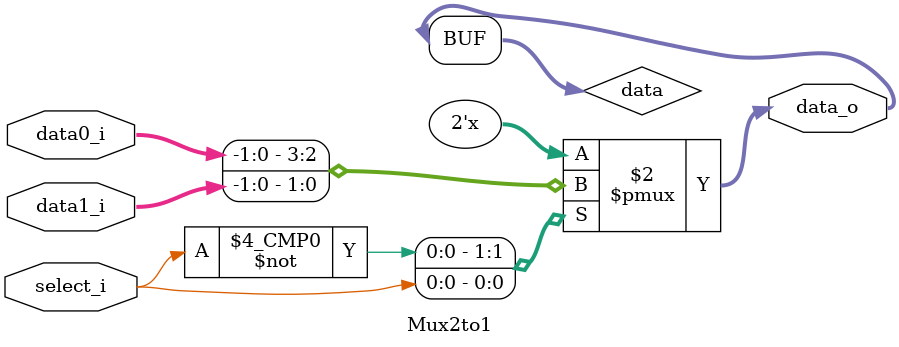
<source format=v>
module Mux2to1( data0_i, data1_i, select_i, data_o );

parameter size = 0;			   
			
//I/O ports               
input wire	[size-1:0] data0_i;          
input wire	[size-1:0] data1_i;
input wire	select_i;
output wire	[size-1:0] data_o; 

//Main function
reg [size-1:0] data;
always@(select_i, data0_i, data1_i) begin
	case(select_i)
		1'b0: data <= data0_i;
		1'b1: data <= data1_i;
	endcase
end

assign data_o = data;
endmodule      
    
</source>
